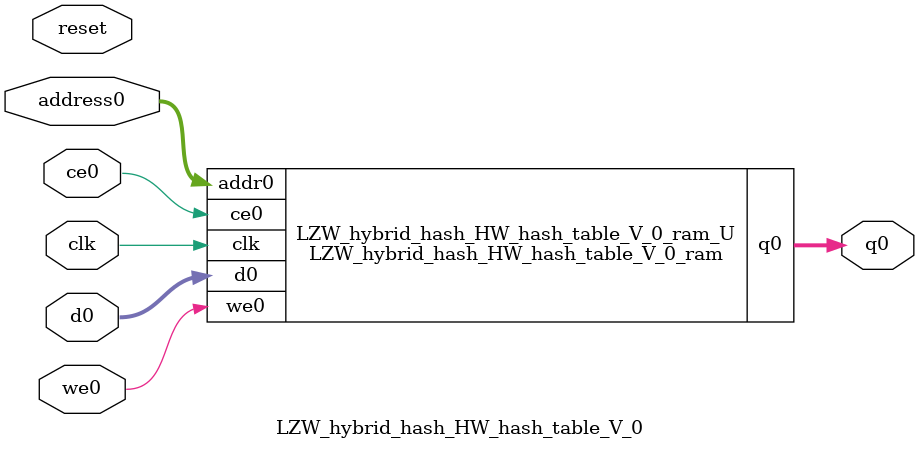
<source format=v>
`timescale 1 ns / 1 ps
module LZW_hybrid_hash_HW_hash_table_V_0_ram (addr0, ce0, d0, we0, q0,  clk);

parameter DWIDTH = 35;
parameter AWIDTH = 15;
parameter MEM_SIZE = 32768;

input[AWIDTH-1:0] addr0;
input ce0;
input[DWIDTH-1:0] d0;
input we0;
output reg[DWIDTH-1:0] q0;
input clk;

reg [DWIDTH-1:0] ram[0:MEM_SIZE-1];




always @(posedge clk)  
begin 
    if (ce0) begin
        if (we0) 
            ram[addr0] <= d0; 
        q0 <= ram[addr0];
    end
end


endmodule

`timescale 1 ns / 1 ps
module LZW_hybrid_hash_HW_hash_table_V_0(
    reset,
    clk,
    address0,
    ce0,
    we0,
    d0,
    q0);

parameter DataWidth = 32'd35;
parameter AddressRange = 32'd32768;
parameter AddressWidth = 32'd15;
input reset;
input clk;
input[AddressWidth - 1:0] address0;
input ce0;
input we0;
input[DataWidth - 1:0] d0;
output[DataWidth - 1:0] q0;



LZW_hybrid_hash_HW_hash_table_V_0_ram LZW_hybrid_hash_HW_hash_table_V_0_ram_U(
    .clk( clk ),
    .addr0( address0 ),
    .ce0( ce0 ),
    .we0( we0 ),
    .d0( d0 ),
    .q0( q0 ));

endmodule


</source>
